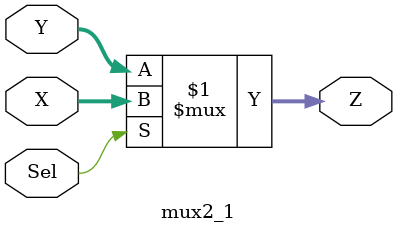
<source format=sv>
module mux2_1 (Z,Sel,X,Y);
  parameter WID = 32;
  input wire [WID-1:0] X, Y;
  input wire Sel;
  output wire [WID-1:0] Z;
  
  assign Z= Sel ? X:Y;
  
endmodule
</source>
